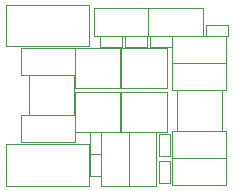
<source format=gbr>
%TF.GenerationSoftware,KiCad,Pcbnew,8.0.9-8.0.9-0~ubuntu24.04.1*%
%TF.CreationDate,2025-07-21T09:14:06-04:00*%
%TF.ProjectId,cap_multiplier_tile,6361705f-6d75-46c7-9469-706c6965725f,0.1.X*%
%TF.SameCoordinates,Original*%
%TF.FileFunction,Other,User*%
%FSLAX46Y46*%
G04 Gerber Fmt 4.6, Leading zero omitted, Abs format (unit mm)*
G04 Created by KiCad (PCBNEW 8.0.9-8.0.9-0~ubuntu24.04.1) date 2025-07-21 09:14:06*
%MOMM*%
%LPD*%
G01*
G04 APERTURE LIST*
%ADD10C,0.050000*%
G04 APERTURE END LIST*
D10*
%TO.C,R2*%
X2470000Y5020000D02*
X4330000Y5020000D01*
X2470000Y4080000D02*
X2470000Y5020000D01*
X4330000Y5020000D02*
X4330000Y4080000D01*
X4330000Y4080000D02*
X2470000Y4080000D01*
%TO.C,R7*%
X3230000Y-5570000D02*
X4170000Y-5570000D01*
X3230000Y-7430000D02*
X3230000Y-5570000D01*
X4170000Y-5570000D02*
X4170000Y-7430000D01*
X4170000Y-7430000D02*
X3230000Y-7430000D01*
%TO.C,R4*%
X370000Y5020000D02*
X2230000Y5020000D01*
X370000Y4080000D02*
X370000Y5020000D01*
X2230000Y5020000D02*
X2230000Y4080000D01*
X2230000Y4080000D02*
X370000Y4080000D01*
%TO.C,C7*%
X2375000Y7350000D02*
X6975000Y7350000D01*
X2375000Y5050000D02*
X2375000Y7350000D01*
X6975000Y7350000D02*
X6975000Y5050000D01*
X6975000Y5050000D02*
X2375000Y5050000D01*
%TO.C,R3*%
X-1730000Y5020000D02*
X130000Y5020000D01*
X-1730000Y4080000D02*
X-1730000Y5020000D01*
X130000Y5020000D02*
X130000Y4080000D01*
X130000Y4080000D02*
X-1730000Y4080000D01*
%TO.C,C14*%
X700000Y-3100000D02*
X3000000Y-3100000D01*
X700000Y-7700000D02*
X700000Y-3100000D01*
X3000000Y-3100000D02*
X3000000Y-7700000D01*
X3000000Y-7700000D02*
X700000Y-7700000D01*
%TO.C,C11*%
X4350000Y-5300000D02*
X8950000Y-5300000D01*
X4350000Y-7600000D02*
X4350000Y-5300000D01*
X8950000Y-5300000D02*
X8950000Y-7600000D01*
X8950000Y-7600000D02*
X4350000Y-7600000D01*
%TO.C,R8*%
X-2570000Y-3120000D02*
X-1630000Y-3120000D01*
X-2570000Y-4980000D02*
X-2570000Y-3120000D01*
X-1630000Y-3120000D02*
X-1630000Y-4980000D01*
X-1630000Y-4980000D02*
X-2570000Y-4980000D01*
%TO.C,C6*%
X-2250000Y7350000D02*
X2350000Y7350000D01*
X-2250000Y5050000D02*
X-2250000Y7350000D01*
X2350000Y7350000D02*
X2350000Y5050000D01*
X2350000Y5050000D02*
X-2250000Y5050000D01*
%TO.C,C3*%
X4375000Y5000000D02*
X8975000Y5000000D01*
X4375000Y2700000D02*
X4375000Y5000000D01*
X8975000Y5000000D02*
X8975000Y2700000D01*
X8975000Y2700000D02*
X4375000Y2700000D01*
%TO.C,Q3*%
X-3845000Y300000D02*
X-3845000Y-3100000D01*
X-3845000Y-3100000D02*
X-5000Y-3100000D01*
X-5000Y300000D02*
X-3845000Y300000D01*
X-5000Y-3100000D02*
X-5000Y300000D01*
%TO.C,Q1*%
X-3845000Y4000000D02*
X-3845000Y600000D01*
X-3845000Y600000D02*
X-5000Y600000D01*
X-5000Y4000000D02*
X-3845000Y4000000D01*
X-5000Y600000D02*
X-5000Y4000000D01*
%TO.C,R5*%
X7220000Y5970000D02*
X9080000Y5970000D01*
X7220000Y5030000D02*
X7220000Y5970000D01*
X9080000Y5970000D02*
X9080000Y5030000D01*
X9080000Y5030000D02*
X7220000Y5030000D01*
%TO.C,R10*%
X3230000Y-3320000D02*
X4170000Y-3320000D01*
X3230000Y-5180000D02*
X3230000Y-3320000D01*
X4170000Y-3320000D02*
X4170000Y-5180000D01*
X4170000Y-5180000D02*
X3230000Y-5180000D01*
%TO.C,R9*%
X-2570000Y-5020000D02*
X-1630000Y-5020000D01*
X-2570000Y-6880000D02*
X-2570000Y-5020000D01*
X-1630000Y-5020000D02*
X-1630000Y-6880000D01*
X-1630000Y-6880000D02*
X-2570000Y-6880000D01*
%TO.C,C5*%
X-8450000Y4000000D02*
X-3850000Y4000000D01*
X-8450000Y1700000D02*
X-8450000Y4000000D01*
X-3850000Y4000000D02*
X-3850000Y1700000D01*
X-3850000Y1700000D02*
X-8450000Y1700000D01*
%TO.C,Q4*%
X80000Y300000D02*
X80000Y-3100000D01*
X80000Y-3100000D02*
X3920000Y-3100000D01*
X3920000Y300000D02*
X80000Y300000D01*
X3920000Y-3100000D02*
X3920000Y300000D01*
%TO.C,C12*%
X-8450000Y-1700000D02*
X-3850000Y-1700000D01*
X-8450000Y-4000000D02*
X-8450000Y-1700000D01*
X-3850000Y-1700000D02*
X-3850000Y-4000000D01*
X-3850000Y-4000000D02*
X-8450000Y-4000000D01*
%TO.C,D3*%
X4780000Y400000D02*
X4780000Y-3000000D01*
X4780000Y-3000000D02*
X8620000Y-3000000D01*
X8620000Y400000D02*
X4780000Y400000D01*
X8620000Y-3000000D02*
X8620000Y400000D01*
%TO.C,Q2*%
X80000Y4000000D02*
X80000Y600000D01*
X80000Y600000D02*
X3920000Y600000D01*
X3920000Y4000000D02*
X80000Y4000000D01*
X3920000Y600000D02*
X3920000Y4000000D01*
%TO.C,C4*%
X4375000Y2700000D02*
X8975000Y2700000D01*
X4375000Y400000D02*
X4375000Y2700000D01*
X8975000Y2700000D02*
X8975000Y400000D01*
X8975000Y400000D02*
X4375000Y400000D01*
%TO.C,D1*%
X-9650000Y7650000D02*
X-2650000Y7650000D01*
X-9650000Y4150000D02*
X-9650000Y7650000D01*
X-2650000Y7650000D02*
X-2650000Y4150000D01*
X-2650000Y4150000D02*
X-9650000Y4150000D01*
%TO.C,C13*%
X-1610000Y-3100000D02*
X690000Y-3100000D01*
X-1610000Y-7700000D02*
X-1610000Y-3100000D01*
X690000Y-3100000D02*
X690000Y-7700000D01*
X690000Y-7700000D02*
X-1610000Y-7700000D01*
%TO.C,D4*%
X-9695000Y-4150000D02*
X-2695000Y-4150000D01*
X-9695000Y-7650000D02*
X-9695000Y-4150000D01*
X-2695000Y-4150000D02*
X-2695000Y-7650000D01*
X-2695000Y-7650000D02*
X-9695000Y-7650000D01*
%TO.C,D2*%
X-7770000Y1700000D02*
X-7770000Y-1700000D01*
X-7770000Y-1700000D02*
X-3930000Y-1700000D01*
X-3930000Y1700000D02*
X-7770000Y1700000D01*
X-3930000Y-1700000D02*
X-3930000Y1700000D01*
%TO.C,C10*%
X4350000Y-3000000D02*
X8950000Y-3000000D01*
X4350000Y-5300000D02*
X4350000Y-3000000D01*
X8950000Y-3000000D02*
X8950000Y-5300000D01*
X8950000Y-5300000D02*
X4350000Y-5300000D01*
%TD*%
M02*

</source>
